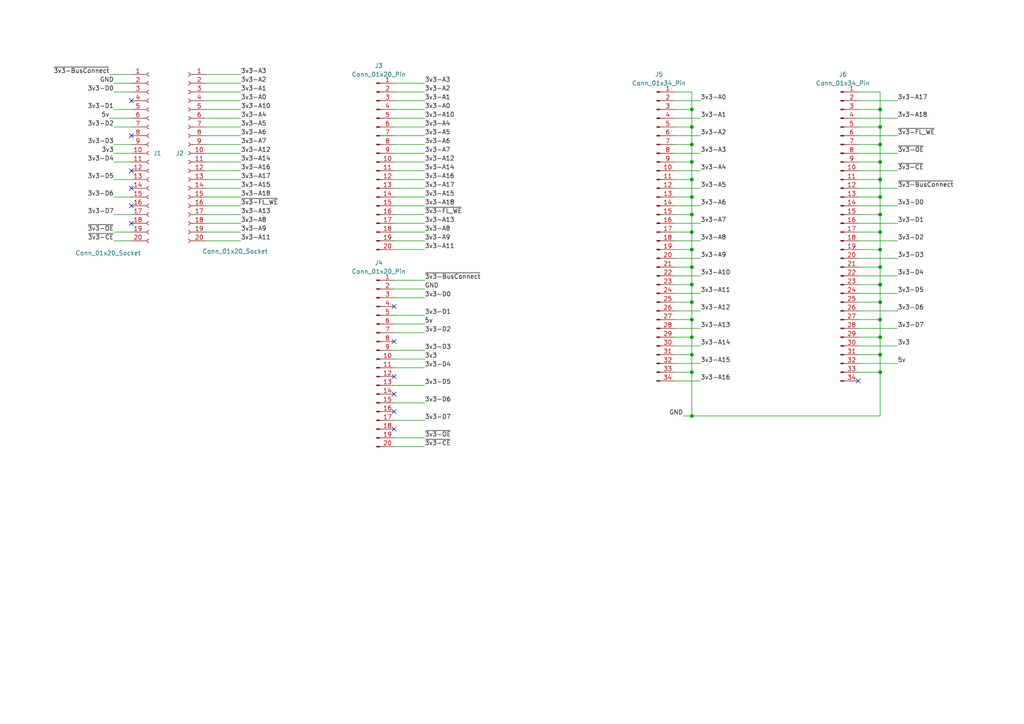
<source format=kicad_sch>
(kicad_sch (version 20231120) (generator "eeschema") (generator_version "8.0")
  (paper "A4")
  (title_block (title "Flying Rommey"))
  (lib_symbols
    (symbol "Connector:Conn_01x20_Pin" (pin_names (offset 1.016) hide)
      (property "Reference" "J" (at 0 25.4 0))
      (property "Value" "Conn_01x20_Pin" (at 0 -27.94 0))
      (symbol "Conn_01x20_Pin_1_1"
        (polyline (pts (xy 1.27 -25.4) (xy 0.8636 -25.4)) (stroke (width 0.1524)))
        (polyline (pts (xy 1.27 -22.86) (xy 0.8636 -22.86)) (stroke (width 0.1524)))
        (polyline (pts (xy 1.27 -20.32) (xy 0.8636 -20.32)) (stroke (width 0.1524)))
        (polyline (pts (xy 1.27 -17.78) (xy 0.8636 -17.78)) (stroke (width 0.1524)))
        (polyline (pts (xy 1.27 -15.24) (xy 0.8636 -15.24)) (stroke (width 0.1524)))
        (polyline (pts (xy 1.27 -12.7) (xy 0.8636 -12.7)) (stroke (width 0.1524)))
        (polyline (pts (xy 1.27 -10.16) (xy 0.8636 -10.16)) (stroke (width 0.1524)))
        (polyline (pts (xy 1.27 -7.62) (xy 0.8636 -7.62)) (stroke (width 0.1524)))
        (polyline (pts (xy 1.27 -5.08) (xy 0.8636 -5.08)) (stroke (width 0.1524)))
        (polyline (pts (xy 1.27 -2.54) (xy 0.8636 -2.54)) (stroke (width 0.1524)))
        (polyline (pts (xy 1.27 0) (xy 0.8636 0)) (stroke (width 0.1524)))
        (polyline (pts (xy 1.27 2.54) (xy 0.8636 2.54)) (stroke (width 0.1524)))
        (polyline (pts (xy 1.27 5.08) (xy 0.8636 5.08)) (stroke (width 0.1524)))
        (polyline (pts (xy 1.27 7.62) (xy 0.8636 7.62)) (stroke (width 0.1524)))
        (polyline (pts (xy 1.27 10.16) (xy 0.8636 10.16)) (stroke (width 0.1524)))
        (polyline (pts (xy 1.27 12.7) (xy 0.8636 12.7)) (stroke (width 0.1524)))
        (polyline (pts (xy 1.27 15.24) (xy 0.8636 15.24)) (stroke (width 0.1524)))
        (polyline (pts (xy 1.27 17.78) (xy 0.8636 17.78)) (stroke (width 0.1524)))
        (polyline (pts (xy 1.27 20.32) (xy 0.8636 20.32)) (stroke (width 0.1524)))
        (polyline (pts (xy 1.27 22.86) (xy 0.8636 22.86)) (stroke (width 0.1524)))
        (rectangle (start 0.8636 -25.273) (end 0 -25.527) (stroke (width 0.1524)) (fill (type outline)))
        (rectangle (start 0.8636 -22.733) (end 0 -22.987) (stroke (width 0.1524)) (fill (type outline)))
        (rectangle (start 0.8636 -20.193) (end 0 -20.447) (stroke (width 0.1524)) (fill (type outline)))
        (rectangle (start 0.8636 -17.653) (end 0 -17.907) (stroke (width 0.1524)) (fill (type outline)))
        (rectangle (start 0.8636 -15.113) (end 0 -15.367) (stroke (width 0.1524)) (fill (type outline)))
        (rectangle (start 0.8636 -12.573) (end 0 -12.827) (stroke (width 0.1524)) (fill (type outline)))
        (rectangle (start 0.8636 -10.033) (end 0 -10.287) (stroke (width 0.1524)) (fill (type outline)))
        (rectangle (start 0.8636 -7.493) (end 0 -7.747) (stroke (width 0.1524)) (fill (type outline)))
        (rectangle (start 0.8636 -4.953) (end 0 -5.207) (stroke (width 0.1524)) (fill (type outline)))
        (rectangle (start 0.8636 -2.413) (end 0 -2.667) (stroke (width 0.1524)) (fill (type outline)))
        (rectangle (start 0.8636 0.127) (end 0 -0.127) (stroke (width 0.1524)) (fill (type outline)))
        (rectangle (start 0.8636 2.667) (end 0 2.413) (stroke (width 0.1524)) (fill (type outline)))
        (rectangle (start 0.8636 5.207) (end 0 4.953) (stroke (width 0.1524)) (fill (type outline)))
        (rectangle (start 0.8636 7.747) (end 0 7.493) (stroke (width 0.1524)) (fill (type outline)))
        (rectangle (start 0.8636 10.287) (end 0 10.033) (stroke (width 0.1524)) (fill (type outline)))
        (rectangle (start 0.8636 12.827) (end 0 12.573) (stroke (width 0.1524)) (fill (type outline)))
        (rectangle (start 0.8636 15.367) (end 0 15.113) (stroke (width 0.1524)) (fill (type outline)))
        (rectangle (start 0.8636 17.907) (end 0 17.653) (stroke (width 0.1524)) (fill (type outline)))
        (rectangle (start 0.8636 20.447) (end 0 20.193) (stroke (width 0.1524)) (fill (type outline)))
        (rectangle (start 0.8636 22.987) (end 0 22.733) (stroke (width 0.1524)) (fill (type outline)))
        (pin passive line (at 5.08 22.86 180) (length 3.81) (name "Pin_1") (number "1"))
        (pin passive line (at 5.08 0 180) (length 3.81) (name "Pin_10") (number "10"))
        (pin passive line (at 5.08 -2.54 180) (length 3.81) (name "Pin_11") (number "11"))
        (pin passive line (at 5.08 -5.08 180) (length 3.81) (name "Pin_12") (number "12"))
        (pin passive line (at 5.08 -7.62 180) (length 3.81) (name "Pin_13") (number "13"))
        (pin passive line (at 5.08 -10.16 180) (length 3.81) (name "Pin_14") (number "14"))
        (pin passive line (at 5.08 -12.7 180) (length 3.81) (name "Pin_15") (number "15"))
        (pin passive line (at 5.08 -15.24 180) (length 3.81) (name "Pin_16") (number "16"))
        (pin passive line (at 5.08 -17.78 180) (length 3.81) (name "Pin_17") (number "17"))
        (pin passive line (at 5.08 -20.32 180) (length 3.81) (name "Pin_18") (number "18"))
        (pin passive line (at 5.08 -22.86 180) (length 3.81) (name "Pin_19") (number "19"))
        (pin passive line (at 5.08 20.32 180) (length 3.81) (name "Pin_2") (number "2"))
        (pin passive line (at 5.08 -25.4 180) (length 3.81) (name "Pin_20") (number "20"))
        (pin passive line (at 5.08 17.78 180) (length 3.81) (name "Pin_3") (number "3"))
        (pin passive line (at 5.08 15.24 180) (length 3.81) (name "Pin_4") (number "4"))
        (pin passive line (at 5.08 12.7 180) (length 3.81) (name "Pin_5") (number "5"))
        (pin passive line (at 5.08 10.16 180) (length 3.81) (name "Pin_6") (number "6"))
        (pin passive line (at 5.08 7.62 180) (length 3.81) (name "Pin_7") (number "7"))
        (pin passive line (at 5.08 5.08 180) (length 3.81) (name "Pin_8") (number "8"))
        (pin passive line (at 5.08 2.54 180) (length 3.81) (name "Pin_9") (number "9"))
      )
    )
    (symbol "Connector:Conn_01x34_Pin" (pin_names (offset 1.016) hide)
      (property "Reference" "J" (at 0 43.18 0))
      (property "Value" "Conn_01x34_Pin" (at 0 -45.72 0))
      (symbol "Conn_01x34_Pin_1_1"
        (polyline (pts (xy 1.27 -43.18) (xy 0.8636 -43.18)) (stroke (width 0.1524)))
        (polyline (pts (xy 1.27 -40.64) (xy 0.8636 -40.64)) (stroke (width 0.1524)))
        (polyline (pts (xy 1.27 -38.1) (xy 0.8636 -38.1)) (stroke (width 0.1524)))
        (polyline (pts (xy 1.27 -35.56) (xy 0.8636 -35.56)) (stroke (width 0.1524)))
        (polyline (pts (xy 1.27 -33.02) (xy 0.8636 -33.02)) (stroke (width 0.1524)))
        (polyline (pts (xy 1.27 -30.48) (xy 0.8636 -30.48)) (stroke (width 0.1524)))
        (polyline (pts (xy 1.27 -27.94) (xy 0.8636 -27.94)) (stroke (width 0.1524)))
        (polyline (pts (xy 1.27 -25.4) (xy 0.8636 -25.4)) (stroke (width 0.1524)))
        (polyline (pts (xy 1.27 -22.86) (xy 0.8636 -22.86)) (stroke (width 0.1524)))
        (polyline (pts (xy 1.27 -20.32) (xy 0.8636 -20.32)) (stroke (width 0.1524)))
        (polyline (pts (xy 1.27 -17.78) (xy 0.8636 -17.78)) (stroke (width 0.1524)))
        (polyline (pts (xy 1.27 -15.24) (xy 0.8636 -15.24)) (stroke (width 0.1524)))
        (polyline (pts (xy 1.27 -12.7) (xy 0.8636 -12.7)) (stroke (width 0.1524)))
        (polyline (pts (xy 1.27 -10.16) (xy 0.8636 -10.16)) (stroke (width 0.1524)))
        (polyline (pts (xy 1.27 -7.62) (xy 0.8636 -7.62)) (stroke (width 0.1524)))
        (polyline (pts (xy 1.27 -5.08) (xy 0.8636 -5.08)) (stroke (width 0.1524)))
        (polyline (pts (xy 1.27 -2.54) (xy 0.8636 -2.54)) (stroke (width 0.1524)))
        (polyline (pts (xy 1.27 0) (xy 0.8636 0)) (stroke (width 0.1524)))
        (polyline (pts (xy 1.27 2.54) (xy 0.8636 2.54)) (stroke (width 0.1524)))
        (polyline (pts (xy 1.27 5.08) (xy 0.8636 5.08)) (stroke (width 0.1524)))
        (polyline (pts (xy 1.27 7.62) (xy 0.8636 7.62)) (stroke (width 0.1524)))
        (polyline (pts (xy 1.27 10.16) (xy 0.8636 10.16)) (stroke (width 0.1524)))
        (polyline (pts (xy 1.27 12.7) (xy 0.8636 12.7)) (stroke (width 0.1524)))
        (polyline (pts (xy 1.27 15.24) (xy 0.8636 15.24)) (stroke (width 0.1524)))
        (polyline (pts (xy 1.27 17.78) (xy 0.8636 17.78)) (stroke (width 0.1524)))
        (polyline (pts (xy 1.27 20.32) (xy 0.8636 20.32)) (stroke (width 0.1524)))
        (polyline (pts (xy 1.27 22.86) (xy 0.8636 22.86)) (stroke (width 0.1524)))
        (polyline (pts (xy 1.27 25.4) (xy 0.8636 25.4)) (stroke (width 0.1524)))
        (polyline (pts (xy 1.27 27.94) (xy 0.8636 27.94)) (stroke (width 0.1524)))
        (polyline (pts (xy 1.27 30.48) (xy 0.8636 30.48)) (stroke (width 0.1524)))
        (polyline (pts (xy 1.27 33.02) (xy 0.8636 33.02)) (stroke (width 0.1524)))
        (polyline (pts (xy 1.27 35.56) (xy 0.8636 35.56)) (stroke (width 0.1524)))
        (polyline (pts (xy 1.27 38.1) (xy 0.8636 38.1)) (stroke (width 0.1524)))
        (polyline (pts (xy 1.27 40.64) (xy 0.8636 40.64)) (stroke (width 0.1524)))
        (rectangle (start 0.8636 -43.053) (end 0 -43.307) (stroke (width 0.1524)) (fill (type outline)))
        (rectangle (start 0.8636 -40.513) (end 0 -40.767) (stroke (width 0.1524)) (fill (type outline)))
        (rectangle (start 0.8636 -37.973) (end 0 -38.227) (stroke (width 0.1524)) (fill (type outline)))
        (rectangle (start 0.8636 -35.433) (end 0 -35.687) (stroke (width 0.1524)) (fill (type outline)))
        (rectangle (start 0.8636 -32.893) (end 0 -33.147) (stroke (width 0.1524)) (fill (type outline)))
        (rectangle (start 0.8636 -30.353) (end 0 -30.607) (stroke (width 0.1524)) (fill (type outline)))
        (rectangle (start 0.8636 -27.813) (end 0 -28.067) (stroke (width 0.1524)) (fill (type outline)))
        (rectangle (start 0.8636 -25.273) (end 0 -25.527) (stroke (width 0.1524)) (fill (type outline)))
        (rectangle (start 0.8636 -22.733) (end 0 -22.987) (stroke (width 0.1524)) (fill (type outline)))
        (rectangle (start 0.8636 -20.193) (end 0 -20.447) (stroke (width 0.1524)) (fill (type outline)))
        (rectangle (start 0.8636 -17.653) (end 0 -17.907) (stroke (width 0.1524)) (fill (type outline)))
        (rectangle (start 0.8636 -15.113) (end 0 -15.367) (stroke (width 0.1524)) (fill (type outline)))
        (rectangle (start 0.8636 -12.573) (end 0 -12.827) (stroke (width 0.1524)) (fill (type outline)))
        (rectangle (start 0.8636 -10.033) (end 0 -10.287) (stroke (width 0.1524)) (fill (type outline)))
        (rectangle (start 0.8636 -7.493) (end 0 -7.747) (stroke (width 0.1524)) (fill (type outline)))
        (rectangle (start 0.8636 -4.953) (end 0 -5.207) (stroke (width 0.1524)) (fill (type outline)))
        (rectangle (start 0.8636 -2.413) (end 0 -2.667) (stroke (width 0.1524)) (fill (type outline)))
        (rectangle (start 0.8636 0.127) (end 0 -0.127) (stroke (width 0.1524)) (fill (type outline)))
        (rectangle (start 0.8636 2.667) (end 0 2.413) (stroke (width 0.1524)) (fill (type outline)))
        (rectangle (start 0.8636 5.207) (end 0 4.953) (stroke (width 0.1524)) (fill (type outline)))
        (rectangle (start 0.8636 7.747) (end 0 7.493) (stroke (width 0.1524)) (fill (type outline)))
        (rectangle (start 0.8636 10.287) (end 0 10.033) (stroke (width 0.1524)) (fill (type outline)))
        (rectangle (start 0.8636 12.827) (end 0 12.573) (stroke (width 0.1524)) (fill (type outline)))
        (rectangle (start 0.8636 15.367) (end 0 15.113) (stroke (width 0.1524)) (fill (type outline)))
        (rectangle (start 0.8636 17.907) (end 0 17.653) (stroke (width 0.1524)) (fill (type outline)))
        (rectangle (start 0.8636 20.447) (end 0 20.193) (stroke (width 0.1524)) (fill (type outline)))
        (rectangle (start 0.8636 22.987) (end 0 22.733) (stroke (width 0.1524)) (fill (type outline)))
        (rectangle (start 0.8636 25.527) (end 0 25.273) (stroke (width 0.1524)) (fill (type outline)))
        (rectangle (start 0.8636 28.067) (end 0 27.813) (stroke (width 0.1524)) (fill (type outline)))
        (rectangle (start 0.8636 30.607) (end 0 30.353) (stroke (width 0.1524)) (fill (type outline)))
        (rectangle (start 0.8636 33.147) (end 0 32.893) (stroke (width 0.1524)) (fill (type outline)))
        (rectangle (start 0.8636 35.687) (end 0 35.433) (stroke (width 0.1524)) (fill (type outline)))
        (rectangle (start 0.8636 38.227) (end 0 37.973) (stroke (width 0.1524)) (fill (type outline)))
        (rectangle (start 0.8636 40.767) (end 0 40.513) (stroke (width 0.1524)) (fill (type outline)))
        (pin passive line (at 5.08 40.64 180) (length 3.81) (name "Pin_1") (number "1"))
        (pin passive line (at 5.08 17.78 180) (length 3.81) (name "Pin_10") (number "10"))
        (pin passive line (at 5.08 15.24 180) (length 3.81) (name "Pin_11") (number "11"))
        (pin passive line (at 5.08 12.7 180) (length 3.81) (name "Pin_12") (number "12"))
        (pin passive line (at 5.08 10.16 180) (length 3.81) (name "Pin_13") (number "13"))
        (pin passive line (at 5.08 7.62 180) (length 3.81) (name "Pin_14") (number "14"))
        (pin passive line (at 5.08 5.08 180) (length 3.81) (name "Pin_15") (number "15"))
        (pin passive line (at 5.08 2.54 180) (length 3.81) (name "Pin_16") (number "16"))
        (pin passive line (at 5.08 0 180) (length 3.81) (name "Pin_17") (number "17"))
        (pin passive line (at 5.08 -2.54 180) (length 3.81) (name "Pin_18") (number "18"))
        (pin passive line (at 5.08 -5.08 180) (length 3.81) (name "Pin_19") (number "19"))
        (pin passive line (at 5.08 38.1 180) (length 3.81) (name "Pin_2") (number "2"))
        (pin passive line (at 5.08 -7.62 180) (length 3.81) (name "Pin_20") (number "20"))
        (pin passive line (at 5.08 -10.16 180) (length 3.81) (name "Pin_21") (number "21"))
        (pin passive line (at 5.08 -12.7 180) (length 3.81) (name "Pin_22") (number "22"))
        (pin passive line (at 5.08 -15.24 180) (length 3.81) (name "Pin_23") (number "23"))
        (pin passive line (at 5.08 -17.78 180) (length 3.81) (name "Pin_24") (number "24"))
        (pin passive line (at 5.08 -20.32 180) (length 3.81) (name "Pin_25") (number "25"))
        (pin passive line (at 5.08 -22.86 180) (length 3.81) (name "Pin_26") (number "26"))
        (pin passive line (at 5.08 -25.4 180) (length 3.81) (name "Pin_27") (number "27"))
        (pin passive line (at 5.08 -27.94 180) (length 3.81) (name "Pin_28") (number "28"))
        (pin passive line (at 5.08 -30.48 180) (length 3.81) (name "Pin_29") (number "29"))
        (pin passive line (at 5.08 35.56 180) (length 3.81) (name "Pin_3") (number "3"))
        (pin passive line (at 5.08 -33.02 180) (length 3.81) (name "Pin_30") (number "30"))
        (pin passive line (at 5.08 -35.56 180) (length 3.81) (name "Pin_31") (number "31"))
        (pin passive line (at 5.08 -38.1 180) (length 3.81) (name "Pin_32") (number "32"))
        (pin passive line (at 5.08 -40.64 180) (length 3.81) (name "Pin_33") (number "33"))
        (pin passive line (at 5.08 -43.18 180) (length 3.81) (name "Pin_34") (number "34"))
        (pin passive line (at 5.08 33.02 180) (length 3.81) (name "Pin_4") (number "4"))
        (pin passive line (at 5.08 30.48 180) (length 3.81) (name "Pin_5") (number "5"))
        (pin passive line (at 5.08 27.94 180) (length 3.81) (name "Pin_6") (number "6"))
        (pin passive line (at 5.08 25.4 180) (length 3.81) (name "Pin_7") (number "7"))
        (pin passive line (at 5.08 22.86 180) (length 3.81) (name "Pin_8") (number "8"))
        (pin passive line (at 5.08 20.32 180) (length 3.81) (name "Pin_9") (number "9"))
      )
    )
    (symbol "JJG_Symbol_Library:Conn_01x20_Socket" (pin_names (offset 1.016) hide)
      (property "Reference" "J" (at 0 25.4 0))
      (property "Value" "Conn_01x20_Socket" (at 0 -27.94 0))
      (symbol "Conn_01x20_Socket_1_1"
        (arc (start 0 -24.892) (mid -0.5058 -25.4) (end 0 -25.908) (stroke (width 0.1524)))
        (arc (start 0 -22.352) (mid -0.5058 -22.86) (end 0 -23.368) (stroke (width 0.1524)))
        (arc (start 0 -19.812) (mid -0.5058 -20.32) (end 0 -20.828) (stroke (width 0.1524)))
        (arc (start 0 -17.272) (mid -0.5058 -17.78) (end 0 -18.288) (stroke (width 0.1524)))
        (arc (start 0 -14.732) (mid -0.5058 -15.24) (end 0 -15.748) (stroke (width 0.1524)))
        (arc (start 0 -12.192) (mid -0.5058 -12.7) (end 0 -13.208) (stroke (width 0.1524)))
        (arc (start 0 -9.652) (mid -0.5058 -10.16) (end 0 -10.668) (stroke (width 0.1524)))
        (arc (start 0 -7.112) (mid -0.5058 -7.62) (end 0 -8.128) (stroke (width 0.1524)))
        (arc (start 0 -4.572) (mid -0.5058 -5.08) (end 0 -5.588) (stroke (width 0.1524)))
        (arc (start 0 -2.032) (mid -0.5058 -2.54) (end 0 -3.048) (stroke (width 0.1524)))
        (polyline (pts (xy -1.27 -25.4) (xy -0.508 -25.4)) (stroke (width 0.1524)))
        (polyline (pts (xy -1.27 -22.86) (xy -0.508 -22.86)) (stroke (width 0.1524)))
        (polyline (pts (xy -1.27 -20.32) (xy -0.508 -20.32)) (stroke (width 0.1524)))
        (polyline (pts (xy -1.27 -17.78) (xy -0.508 -17.78)) (stroke (width 0.1524)))
        (polyline (pts (xy -1.27 -15.24) (xy -0.508 -15.24)) (stroke (width 0.1524)))
        (polyline (pts (xy -1.27 -12.7) (xy -0.508 -12.7)) (stroke (width 0.1524)))
        (polyline (pts (xy -1.27 -10.16) (xy -0.508 -10.16)) (stroke (width 0.1524)))
        (polyline (pts (xy -1.27 -7.62) (xy -0.508 -7.62)) (stroke (width 0.1524)))
        (polyline (pts (xy -1.27 -5.08) (xy -0.508 -5.08)) (stroke (width 0.1524)))
        (polyline (pts (xy -1.27 -2.54) (xy -0.508 -2.54)) (stroke (width 0.1524)))
        (polyline (pts (xy -1.27 0) (xy -0.508 0)) (stroke (width 0.1524)))
        (polyline (pts (xy -1.27 2.54) (xy -0.508 2.54)) (stroke (width 0.1524)))
        (polyline (pts (xy -1.27 5.08) (xy -0.508 5.08)) (stroke (width 0.1524)))
        (polyline (pts (xy -1.27 7.62) (xy -0.508 7.62)) (stroke (width 0.1524)))
        (polyline (pts (xy -1.27 10.16) (xy -0.508 10.16)) (stroke (width 0.1524)))
        (polyline (pts (xy -1.27 12.7) (xy -0.508 12.7)) (stroke (width 0.1524)))
        (polyline (pts (xy -1.27 15.24) (xy -0.508 15.24)) (stroke (width 0.1524)))
        (polyline (pts (xy -1.27 17.78) (xy -0.508 17.78)) (stroke (width 0.1524)))
        (polyline (pts (xy -1.27 20.32) (xy -0.508 20.32)) (stroke (width 0.1524)))
        (polyline (pts (xy -1.27 22.86) (xy -0.508 22.86)) (stroke (width 0.1524)))
        (arc (start 0 0.508) (mid -0.5058 0) (end 0 -0.508) (stroke (width 0.1524)))
        (arc (start 0 3.048) (mid -0.5058 2.54) (end 0 2.032) (stroke (width 0.1524)))
        (arc (start 0 5.588) (mid -0.5058 5.08) (end 0 4.572) (stroke (width 0.1524)))
        (arc (start 0 8.128) (mid -0.5058 7.62) (end 0 7.112) (stroke (width 0.1524)))
        (arc (start 0 10.668) (mid -0.5058 10.16) (end 0 9.652) (stroke (width 0.1524)))
        (arc (start 0 13.208) (mid -0.5058 12.7) (end 0 12.192) (stroke (width 0.1524)))
        (arc (start 0 15.748) (mid -0.5058 15.24) (end 0 14.732) (stroke (width 0.1524)))
        (arc (start 0 18.288) (mid -0.5058 17.78) (end 0 17.272) (stroke (width 0.1524)))
        (arc (start 0 20.828) (mid -0.5058 20.32) (end 0 19.812) (stroke (width 0.1524)))
        (arc (start 0 23.368) (mid -0.5058 22.86) (end 0 22.352) (stroke (width 0.1524)))
        (pin passive line (at -5.08 22.86 0) (length 3.81) (name "Pin_1") (number "1"))
        (pin passive line (at -5.08 0 0) (length 3.81) (name "Pin_10") (number "10"))
        (pin passive line (at -5.08 -2.54 0) (length 3.81) (name "Pin_11") (number "11"))
        (pin passive line (at -5.08 -5.08 0) (length 3.81) (name "Pin_12") (number "12"))
        (pin passive line (at -5.08 -7.62 0) (length 3.81) (name "Pin_13") (number "13"))
        (pin passive line (at -5.08 -10.16 0) (length 3.81) (name "Pin_14") (number "14"))
        (pin passive line (at -5.08 -12.7 0) (length 3.81) (name "Pin_15") (number "15"))
        (pin passive line (at -5.08 -15.24 0) (length 3.81) (name "Pin_16") (number "16"))
        (pin passive line (at -5.08 -17.78 0) (length 3.81) (name "Pin_17") (number "17"))
        (pin passive line (at -5.08 -20.32 0) (length 3.81) (name "Pin_18") (number "18"))
        (pin passive line (at -5.08 -22.86 0) (length 3.81) (name "Pin_19") (number "19"))
        (pin passive line (at -5.08 20.32 0) (length 3.81) (name "Pin_2") (number "2"))
        (pin passive line (at -5.08 -25.4 0) (length 3.81) (name "Pin_20") (number "20"))
        (pin passive line (at -5.08 17.78 0) (length 3.81) (name "Pin_3") (number "3"))
        (pin passive line (at -5.08 15.24 0) (length 3.81) (name "Pin_4") (number "4"))
        (pin passive line (at -5.08 12.7 0) (length 3.81) (name "Pin_5") (number "5"))
        (pin passive line (at -5.08 10.16 0) (length 3.81) (name "Pin_6") (number "6"))
        (pin passive line (at -5.08 7.62 0) (length 3.81) (name "Pin_7") (number "7"))
        (pin passive line (at -5.08 5.08 0) (length 3.81) (name "Pin_8") (number "8"))
        (pin passive line (at -5.08 2.54 0) (length 3.81) (name "Pin_9") (number "9"))
      )
    )
  )
  (junction (at 255.27 46.99))
  (junction (at 200.66 97.79))
  (junction (at 200.66 41.91))
  (junction (at 255.27 82.55))
  (junction (at 255.27 36.83))
  (junction (at 255.27 62.23))
  (junction (at 200.66 82.55))
  (junction (at 255.27 41.91))
  (junction (at 200.66 92.71))
  (junction (at 255.27 52.07))
  (junction (at 200.66 77.47))
  (junction (at 200.66 87.63))
  (junction (at 255.27 77.47))
  (junction (at 255.27 107.95))
  (junction (at 255.27 31.75))
  (junction (at 255.27 97.79))
  (junction (at 200.66 102.87))
  (junction (at 200.66 31.75))
  (junction (at 200.66 107.95))
  (junction (at 200.66 62.23))
  (junction (at 255.27 87.63))
  (junction (at 200.66 52.07))
  (junction (at 200.66 36.83))
  (junction (at 255.27 92.71))
  (junction (at 200.66 46.99))
  (junction (at 255.27 102.87))
  (junction (at 200.66 67.31))
  (junction (at 200.66 120.65))
  (junction (at 255.27 57.15))
  (junction (at 200.66 72.39))
  (junction (at 255.27 72.39))
  (junction (at 200.66 57.15))
  (junction (at 255.27 67.31))
  (no_connect (at 38.1 64.77))
  (no_connect (at 38.1 59.69))
  (no_connect (at 38.1 49.53))
  (no_connect (at 114.3 119.38))
  (no_connect (at 248.92 110.49))
  (no_connect (at 114.3 109.22))
  (no_connect (at 114.3 99.06))
  (no_connect (at 38.1 39.37))
  (no_connect (at 38.1 54.61))
  (no_connect (at 114.3 124.46))
  (no_connect (at 114.3 114.3))
  (no_connect (at 114.3 88.9))
  (no_connect (at 38.1 29.21))
  (wire (pts (xy 200.66 67.31) (xy 200.66 72.39)))
  (wire (pts (xy 195.58 54.61) (xy 203.2 54.61)))
  (wire (pts (xy 248.92 80.01) (xy 260.35 80.01)))
  (wire (pts (xy 198.12 120.65) (xy 200.66 120.65)))
  (wire (pts (xy 114.3 36.83) (xy 123.19 36.83)))
  (wire (pts (xy 248.92 100.33) (xy 260.35 100.33)))
  (wire (pts (xy 248.92 92.71) (xy 255.27 92.71)))
  (wire (pts (xy 195.58 46.99) (xy 200.66 46.99)))
  (wire (pts (xy 200.66 97.79) (xy 200.66 102.87)))
  (wire (pts (xy 195.58 26.67) (xy 200.66 26.67)))
  (wire (pts (xy 33.02 62.23) (xy 38.1 62.23)))
  (wire (pts (xy 255.27 57.15) (xy 255.27 52.07)))
  (wire (pts (xy 195.58 74.93) (xy 203.2 74.93)))
  (wire (pts (xy 255.27 31.75) (xy 255.27 26.67)))
  (wire (pts (xy 200.66 107.95) (xy 200.66 120.65)))
  (wire (pts (xy 114.3 69.85) (xy 123.19 69.85)))
  (wire (pts (xy 195.58 44.45) (xy 203.2 44.45)))
  (wire (pts (xy 114.3 106.68) (xy 123.19 106.68)))
  (wire (pts (xy 114.3 62.23) (xy 123.19 62.23)))
  (wire (pts (xy 33.02 46.99) (xy 38.1 46.99)))
  (wire (pts (xy 255.27 41.91) (xy 255.27 36.83)))
  (wire (pts (xy 195.58 82.55) (xy 200.66 82.55)))
  (wire (pts (xy 114.3 64.77) (xy 123.19 64.77)))
  (wire (pts (xy 59.69 44.45) (xy 69.85 44.45)))
  (wire (pts (xy 33.02 52.07) (xy 38.1 52.07)))
  (wire (pts (xy 255.27 82.55) (xy 255.27 77.47)))
  (wire (pts (xy 33.02 44.45) (xy 38.1 44.45)))
  (wire (pts (xy 114.3 34.29) (xy 123.19 34.29)))
  (wire (pts (xy 195.58 59.69) (xy 203.2 59.69)))
  (wire (pts (xy 255.27 77.47) (xy 255.27 72.39)))
  (wire (pts (xy 248.92 36.83) (xy 255.27 36.83)))
  (wire (pts (xy 114.3 93.98) (xy 123.19 93.98)))
  (wire (pts (xy 114.3 41.91) (xy 123.19 41.91)))
  (wire (pts (xy 255.27 107.95) (xy 255.27 102.87)))
  (wire (pts (xy 248.92 34.29) (xy 260.35 34.29)))
  (wire (pts (xy 248.92 52.07) (xy 255.27 52.07)))
  (wire (pts (xy 255.27 97.79) (xy 255.27 92.71)))
  (wire (pts (xy 195.58 57.15) (xy 200.66 57.15)))
  (wire (pts (xy 200.66 77.47) (xy 200.66 82.55)))
  (wire (pts (xy 114.3 72.39) (xy 123.19 72.39)))
  (wire (pts (xy 59.69 64.77) (xy 69.85 64.77)))
  (wire (pts (xy 200.66 82.55) (xy 200.66 87.63)))
  (wire (pts (xy 255.27 102.87) (xy 255.27 97.79)))
  (wire (pts (xy 248.92 59.69) (xy 260.35 59.69)))
  (wire (pts (xy 195.58 110.49) (xy 203.2 110.49)))
  (wire (pts (xy 248.92 105.41) (xy 260.35 105.41)))
  (wire (pts (xy 255.27 87.63) (xy 255.27 82.55)))
  (wire (pts (xy 248.92 62.23) (xy 255.27 62.23)))
  (wire (pts (xy 195.58 29.21) (xy 203.2 29.21)))
  (wire (pts (xy 200.66 46.99) (xy 200.66 52.07)))
  (wire (pts (xy 200.66 62.23) (xy 200.66 67.31)))
  (wire (pts (xy 248.92 49.53) (xy 260.35 49.53)))
  (wire (pts (xy 200.66 36.83) (xy 200.66 41.91)))
  (wire (pts (xy 33.02 69.85) (xy 38.1 69.85)))
  (wire (pts (xy 195.58 31.75) (xy 200.66 31.75)))
  (wire (pts (xy 59.69 67.31) (xy 69.85 67.31)))
  (wire (pts (xy 195.58 105.41) (xy 203.2 105.41)))
  (wire (pts (xy 248.92 44.45) (xy 260.35 44.45)))
  (wire (pts (xy 59.69 31.75) (xy 69.85 31.75)))
  (wire (pts (xy 195.58 64.77) (xy 203.2 64.77)))
  (wire (pts (xy 59.69 57.15) (xy 69.85 57.15)))
  (wire (pts (xy 114.3 39.37) (xy 123.19 39.37)))
  (wire (pts (xy 255.27 46.99) (xy 255.27 41.91)))
  (wire (pts (xy 248.92 95.25) (xy 260.35 95.25)))
  (wire (pts (xy 195.58 100.33) (xy 203.2 100.33)))
  (wire (pts (xy 114.3 121.92) (xy 123.19 121.92)))
  (wire (pts (xy 255.27 92.71) (xy 255.27 87.63)))
  (wire (pts (xy 114.3 54.61) (xy 123.19 54.61)))
  (wire (pts (xy 114.3 31.75) (xy 123.19 31.75)))
  (wire (pts (xy 195.58 62.23) (xy 200.66 62.23)))
  (wire (pts (xy 255.27 120.65) (xy 255.27 107.95)))
  (wire (pts (xy 33.02 31.75) (xy 38.1 31.75)))
  (wire (pts (xy 248.92 31.75) (xy 255.27 31.75)))
  (wire (pts (xy 200.66 102.87) (xy 200.66 107.95)))
  (wire (pts (xy 33.02 57.15) (xy 38.1 57.15)))
  (wire (pts (xy 248.92 57.15) (xy 255.27 57.15)))
  (wire (pts (xy 195.58 39.37) (xy 203.2 39.37)))
  (wire (pts (xy 248.92 90.17) (xy 260.35 90.17)))
  (wire (pts (xy 248.92 41.91) (xy 255.27 41.91)))
  (wire (pts (xy 200.66 41.91) (xy 200.66 46.99)))
  (wire (pts (xy 255.27 36.83) (xy 255.27 31.75)))
  (wire (pts (xy 33.02 26.67) (xy 38.1 26.67)))
  (wire (pts (xy 195.58 72.39) (xy 200.66 72.39)))
  (wire (pts (xy 114.3 129.54) (xy 123.19 129.54)))
  (wire (pts (xy 195.58 77.47) (xy 200.66 77.47)))
  (wire (pts (xy 248.92 29.21) (xy 260.35 29.21)))
  (wire (pts (xy 248.92 97.79) (xy 255.27 97.79)))
  (wire (pts (xy 200.66 52.07) (xy 200.66 57.15)))
  (wire (pts (xy 114.3 57.15) (xy 123.19 57.15)))
  (wire (pts (xy 248.92 46.99) (xy 255.27 46.99)))
  (wire (pts (xy 200.66 26.67) (xy 200.66 31.75)))
  (wire (pts (xy 200.66 57.15) (xy 200.66 62.23)))
  (wire (pts (xy 59.69 36.83) (xy 69.85 36.83)))
  (wire (pts (xy 114.3 49.53) (xy 123.19 49.53)))
  (wire (pts (xy 248.92 74.93) (xy 260.35 74.93)))
  (wire (pts (xy 33.02 67.31) (xy 38.1 67.31)))
  (wire (pts (xy 248.92 107.95) (xy 255.27 107.95)))
  (wire (pts (xy 195.58 97.79) (xy 200.66 97.79)))
  (wire (pts (xy 59.69 59.69) (xy 69.85 59.69)))
  (wire (pts (xy 114.3 86.36) (xy 123.19 86.36)))
  (wire (pts (xy 248.92 67.31) (xy 255.27 67.31)))
  (wire (pts (xy 195.58 85.09) (xy 203.2 85.09)))
  (wire (pts (xy 114.3 101.6) (xy 123.19 101.6)))
  (wire (pts (xy 195.58 67.31) (xy 200.66 67.31)))
  (wire (pts (xy 59.69 46.99) (xy 69.85 46.99)))
  (wire (pts (xy 195.58 34.29) (xy 203.2 34.29)))
  (wire (pts (xy 195.58 49.53) (xy 203.2 49.53)))
  (wire (pts (xy 114.3 96.52) (xy 123.19 96.52)))
  (wire (pts (xy 114.3 67.31) (xy 123.19 67.31)))
  (wire (pts (xy 59.69 24.13) (xy 69.85 24.13)))
  (wire (pts (xy 255.27 52.07) (xy 255.27 46.99)))
  (wire (pts (xy 114.3 91.44) (xy 123.19 91.44)))
  (wire (pts (xy 114.3 29.21) (xy 123.19 29.21)))
  (wire (pts (xy 114.3 104.14) (xy 123.19 104.14)))
  (wire (pts (xy 114.3 59.69) (xy 123.19 59.69)))
  (wire (pts (xy 255.27 62.23) (xy 255.27 57.15)))
  (wire (pts (xy 200.66 92.71) (xy 200.66 97.79)))
  (wire (pts (xy 248.92 102.87) (xy 255.27 102.87)))
  (wire (pts (xy 255.27 67.31) (xy 255.27 62.23)))
  (wire (pts (xy 255.27 26.67) (xy 248.92 26.67)))
  (wire (pts (xy 114.3 111.76) (xy 123.19 111.76)))
  (wire (pts (xy 59.69 49.53) (xy 69.85 49.53)))
  (wire (pts (xy 200.66 87.63) (xy 200.66 92.71)))
  (wire (pts (xy 200.66 31.75) (xy 200.66 36.83)))
  (wire (pts (xy 33.02 36.83) (xy 38.1 36.83)))
  (wire (pts (xy 59.69 21.59) (xy 69.85 21.59)))
  (wire (pts (xy 59.69 41.91) (xy 69.85 41.91)))
  (wire (pts (xy 114.3 116.84) (xy 123.19 116.84)))
  (wire (pts (xy 248.92 39.37) (xy 260.35 39.37)))
  (wire (pts (xy 248.92 69.85) (xy 260.35 69.85)))
  (wire (pts (xy 195.58 107.95) (xy 200.66 107.95)))
  (wire (pts (xy 114.3 127) (xy 123.19 127)))
  (wire (pts (xy 33.02 24.13) (xy 38.1 24.13)))
  (wire (pts (xy 114.3 83.82) (xy 123.19 83.82)))
  (wire (pts (xy 248.92 85.09) (xy 260.35 85.09)))
  (wire (pts (xy 114.3 26.67) (xy 123.19 26.67)))
  (wire (pts (xy 195.58 102.87) (xy 200.66 102.87)))
  (wire (pts (xy 59.69 52.07) (xy 69.85 52.07)))
  (wire (pts (xy 255.27 72.39) (xy 255.27 67.31)))
  (wire (pts (xy 248.92 54.61) (xy 260.35 54.61)))
  (wire (pts (xy 195.58 90.17) (xy 203.2 90.17)))
  (wire (pts (xy 114.3 44.45) (xy 123.19 44.45)))
  (wire (pts (xy 248.92 87.63) (xy 255.27 87.63)))
  (wire (pts (xy 200.66 120.65) (xy 255.27 120.65)))
  (wire (pts (xy 59.69 69.85) (xy 69.85 69.85)))
  (wire (pts (xy 31.75 21.59) (xy 38.1 21.59)))
  (wire (pts (xy 195.58 36.83) (xy 200.66 36.83)))
  (wire (pts (xy 59.69 29.21) (xy 69.85 29.21)))
  (wire (pts (xy 195.58 69.85) (xy 203.2 69.85)))
  (wire (pts (xy 33.02 41.91) (xy 38.1 41.91)))
  (wire (pts (xy 200.66 72.39) (xy 200.66 77.47)))
  (wire (pts (xy 59.69 39.37) (xy 69.85 39.37)))
  (wire (pts (xy 195.58 41.91) (xy 200.66 41.91)))
  (wire (pts (xy 195.58 80.01) (xy 203.2 80.01)))
  (wire (pts (xy 59.69 34.29) (xy 69.85 34.29)))
  (wire (pts (xy 59.69 54.61) (xy 69.85 54.61)))
  (wire (pts (xy 195.58 52.07) (xy 200.66 52.07)))
  (wire (pts (xy 114.3 24.13) (xy 123.19 24.13)))
  (wire (pts (xy 114.3 46.99) (xy 123.19 46.99)))
  (wire (pts (xy 31.75 34.29) (xy 38.1 34.29)))
  (wire (pts (xy 114.3 52.07) (xy 123.19 52.07)))
  (wire (pts (xy 248.92 77.47) (xy 255.27 77.47)))
  (wire (pts (xy 248.92 72.39) (xy 255.27 72.39)))
  (wire (pts (xy 195.58 87.63) (xy 200.66 87.63)))
  (wire (pts (xy 59.69 26.67) (xy 69.85 26.67)))
  (wire (pts (xy 59.69 62.23) (xy 69.85 62.23)))
  (wire (pts (xy 195.58 92.71) (xy 200.66 92.71)))
  (wire (pts (xy 248.92 64.77) (xy 260.35 64.77)))
  (wire (pts (xy 248.92 82.55) (xy 255.27 82.55)))
  (wire (pts (xy 195.58 95.25) (xy 203.2 95.25)))
  (wire (pts (xy 114.3 81.28) (xy 123.19 81.28)))
  (label "~{3v3-FL_WE}" (at 123.19 62.23 0))
  (label "3v3-A7" (at 203.2 64.77 0))
  (label "3v3-D3" (at 123.19 101.6 0))
  (label "3v3-A11" (at 69.85 69.85 0))
  (label "3v3-D1" (at 33.02 31.75 180))
  (label "3v3-A11" (at 203.2 85.09 0))
  (label "3v3-A17" (at 260.35 29.21 0))
  (label "3v3-A6" (at 203.2 59.69 0))
  (label "3v3-A3" (at 69.85 21.59 0))
  (label "3v3" (at 260.35 100.33 0))
  (label "3v3-D4" (at 123.19 106.68 0))
  (label "3v3-A4" (at 123.19 36.83 0))
  (label "3v3-A0" (at 69.85 29.21 0))
  (label "3v3-A18" (at 260.35 34.29 0))
  (label "3v3-A5" (at 203.2 54.61 0))
  (label "~{3v3-FL_WE}" (at 69.85 59.69 0))
  (label "3v3-A7" (at 123.19 44.45 0))
  (label "3v3-A14" (at 69.85 46.99 0))
  (label "3v3-A1" (at 69.85 26.67 0))
  (label "3v3-A6" (at 69.85 39.37 0))
  (label "3v3-A4" (at 69.85 34.29 0))
  (label "3v3-A3" (at 203.2 44.45 0))
  (label "3v3-A12" (at 69.85 44.45 0))
  (label "3v3-A0" (at 123.19 31.75 0))
  (label "3v3-D7" (at 260.35 95.25 0))
  (label "3v3-A18" (at 69.85 57.15 0))
  (label "3v3-A0" (at 203.2 29.21 0))
  (label "3v3-D2" (at 260.35 69.85 0))
  (label "3v3-D1" (at 260.35 64.77 0))
  (label "~{3v3-FL_WE}" (at 260.35 39.37 0))
  (label "3v3-D2" (at 123.19 96.52 0))
  (label "3v3-A6" (at 123.19 41.91 0))
  (label "3v3-D1" (at 123.19 91.44 0))
  (label "~{3v3-CE}" (at 123.19 129.54 0))
  (label "3v3-D7" (at 123.19 121.92 0))
  (label "3v3-A5" (at 123.19 39.37 0))
  (label "3v3-A1" (at 123.19 29.21 0))
  (label "3v3-D6" (at 260.35 90.17 0))
  (label "3v3-A4" (at 203.2 49.53 0))
  (label "5v" (at 260.35 105.41 0))
  (label "3v3-A10" (at 69.85 31.75 0))
  (label "~{3v3-OE}" (at 260.35 44.45 0))
  (label "3v3-D0" (at 260.35 59.69 0))
  (label "3v3-A18" (at 123.19 59.69 0))
  (label "3v3-A17" (at 123.19 54.61 0))
  (label "3v3-A14" (at 203.2 100.33 0))
  (label "3v3-D6" (at 123.19 116.84 0))
  (label "~{3v3-BusConnect}" (at 31.75 21.59 180))
  (label "3v3" (at 123.19 104.14 0))
  (label "GND" (at 33.02 24.13 180))
  (label "~{3v3-BusConnect}" (at 123.19 81.28 0))
  (label "3v3-D4" (at 33.02 46.99 180))
  (label "3v3-A12" (at 203.2 90.17 0))
  (label "3v3-A8" (at 203.2 69.85 0))
  (label "3v3-A13" (at 69.85 62.23 0))
  (label "~{3v3-CE}" (at 260.35 49.53 0))
  (label "3v3-D3" (at 33.02 41.91 180))
  (label "3v3-D6" (at 33.02 57.15 180))
  (label "3v3-A2" (at 203.2 39.37 0))
  (label "3v3-A2" (at 69.85 24.13 0))
  (label "3v3-A8" (at 69.85 64.77 0))
  (label "~{3v3-BusConnect}" (at 260.35 54.61 0))
  (label "3v3-A16" (at 123.19 52.07 0))
  (label "5v" (at 31.75 34.29 180))
  (label "3v3-D0" (at 33.02 26.67 180))
  (label "3v3-A17" (at 69.85 52.07 0))
  (label "5v" (at 123.19 93.98 0))
  (label "3v3-A5" (at 69.85 36.83 0))
  (label "3v3-D4" (at 260.35 80.01 0))
  (label "~{3v3-OE}" (at 123.19 127 0))
  (label "3v3-A3" (at 123.19 24.13 0))
  (label "3v3-D5" (at 33.02 52.07 180))
  (label "3v3-A12" (at 123.19 46.99 0))
  (label "3v3-A9" (at 203.2 74.93 0))
  (label "3v3-A1" (at 203.2 34.29 0))
  (label "3v3-A9" (at 69.85 67.31 0))
  (label "3v3-A2" (at 123.19 26.67 0))
  (label "3v3-D0" (at 123.19 86.36 0))
  (label "3v3-A9" (at 123.19 69.85 0))
  (label "3v3-A15" (at 69.85 54.61 0))
  (label "3v3-A15" (at 203.2 105.41 0))
  (label "GND" (at 123.19 83.82 0))
  (label "3v3-A16" (at 69.85 49.53 0))
  (label "3v3-D5" (at 260.35 85.09 0))
  (label "GND" (at 198.12 120.65 180))
  (label "3v3-D7" (at 33.02 62.23 180))
  (label "3v3-A13" (at 123.19 64.77 0))
  (label "3v3-A16" (at 203.2 110.49 0))
  (label "3v3-A10" (at 123.19 34.29 0))
  (label "3v3-D2" (at 33.02 36.83 180))
  (label "3v3-A7" (at 69.85 41.91 0))
  (label "3v3-A14" (at 123.19 49.53 0))
  (label "3v3-D3" (at 260.35 74.93 0))
  (label "~{3v3-OE}" (at 33.02 67.31 180))
  (label "3v3-D5" (at 123.19 111.76 0))
  (label "3v3-A11" (at 123.19 72.39 0))
  (label "3v3-A13" (at 203.2 95.25 0))
  (label "~{3v3-CE}" (at 33.02 69.85 180))
  (label "3v3" (at 33.02 44.45 180))
  (label "3v3-A15" (at 123.19 57.15 0))
  (label "3v3-A8" (at 123.19 67.31 0))
  (label "3v3-A10" (at 203.2 80.01 0))
  (symbol (lib_id "Connector:Conn_01x20_Pin") (at 109.22 104.14 0) (unit 1)
    (property "Reference" "J4" (at 109.855 76.2 0))
    (property "Value" "Conn_01x20_Pin" (at 109.855 78.74 0))
    (property "Footprint" "JJGTechnologies_Footprint_Library2:PinHeader_2x10_P1.00mm_Vertical_SMD" (effects (hide yes)))
    (property "Datasheet" "PHBD-SS020G1BBWLE-B025" (effects (hide yes)))
    (property "Description" "Generic connector, single row, 01x20, script generated" (effects (hide yes)))
  )
  (symbol (lib_id "Connector:Conn_01x20_Pin") (at 109.22 46.99 0) (unit 1)
    (property "Reference" "J3" (at 109.855 19.05 0))
    (property "Value" "Conn_01x20_Pin" (at 109.855 21.59 0))
    (property "Footprint" "JJGTechnologies_Footprint_Library2:PinHeader_2x10_P1.00mm_Vertical_SMD" (effects (hide yes)))
    (property "Datasheet" "PHBD-SS020G1BBWLE-B025" (effects (hide yes)))
    (property "Description" "Generic connector, single row, 01x20, script generated" (effects (hide yes)))
  )
  (symbol (lib_id "JJG_Symbol_Library:Conn_01x20_Socket") (at 54.61 44.45 0) (mirror y) (unit 1)
    (property "Reference" "J2" (at 53.34 44.4499 0) (effects (justify left)))
    (property "Value" "Conn_01x20_Socket" (at 77.724 72.898 0) (effects (justify left)))
    (property "Footprint" "JJGTechnologies_Footprint_Library:PinSocket_2x10_P1.00mm_Vertical_SMD" (effects (hide yes)))
    (property "Datasheet" "FHBD-SS020G1NBWL-FA4" (effects (hide yes)))
    (property "Description" "Generic connector, single row, 01x20, script generated" (effects (hide yes)))
  )
  (symbol (lib_id "Connector:Conn_01x34_Pin") (at 243.84 67.31 0) (unit 1)
    (property "Reference" "J6" (at 244.475 21.59 0))
    (property "Value" "Conn_01x34_Pin" (at 244.475 24.13 0))
    (property "Footprint" "Connector_PinSocket_2.54mm:PinSocket_2x17_P2.54mm_Vertical" (effects (hide yes)))
    (property "Description" "Generic connector, single row, 01x34, script generated" (effects (hide yes)))
  )
  (symbol (lib_id "Connector:Conn_01x34_Pin") (at 190.5 67.31 0) (unit 1)
    (property "Reference" "J5" (at 191.135 21.59 0))
    (property "Value" "Conn_01x34_Pin" (at 191.135 24.13 0))
    (property "Footprint" "Connector_PinSocket_2.54mm:PinSocket_2x17_P2.54mm_Vertical" (effects (hide yes)))
    (property "Description" "Generic connector, single row, 01x34, script generated" (effects (hide yes)))
  )
  (symbol (lib_id "JJG_Symbol_Library:Conn_01x20_Socket") (at 43.18 44.45 0) (unit 1)
    (property "Reference" "J1" (at 44.45 44.4499 0) (effects (justify left)))
    (property "Value" "Conn_01x20_Socket" (at 21.844 73.406 0) (effects (justify left)))
    (property "Footprint" "JJGTechnologies_Footprint_Library:PinSocket_2x10_P1.00mm_Vertical_SMD" (effects (hide yes)))
    (property "Datasheet" "FHBD-SS020G1NBWL-FA4" (effects (hide yes)))
    (property "Description" "Generic connector, single row, 01x20, script generated" (effects (hide yes)))
  )
)
</source>
